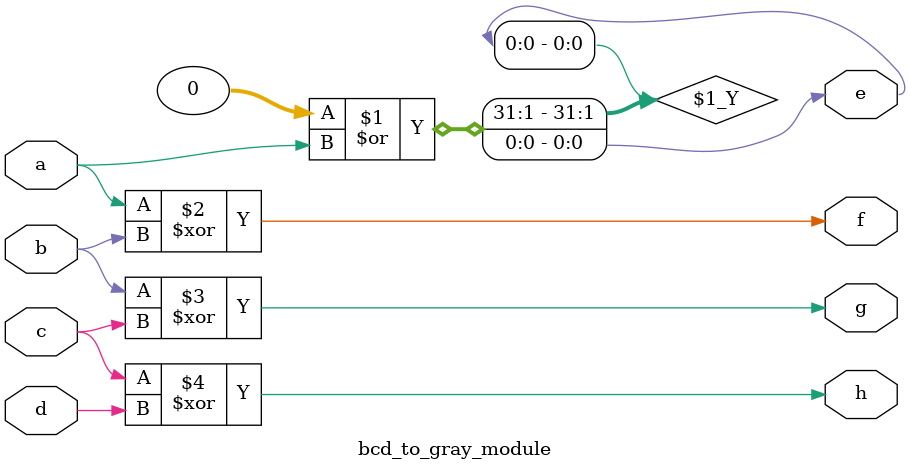
<source format=v>
module bcd_to_gray_module(a,b,c,d,e,f,g,h);
	input a,b,c,d;
	output e,f,g,h;
	
	or a1(e,0,a);
	xor a2(f,a,b);
	xor a3(g,b,c);
	xor a4(h,c,d);
endmodule
</source>
